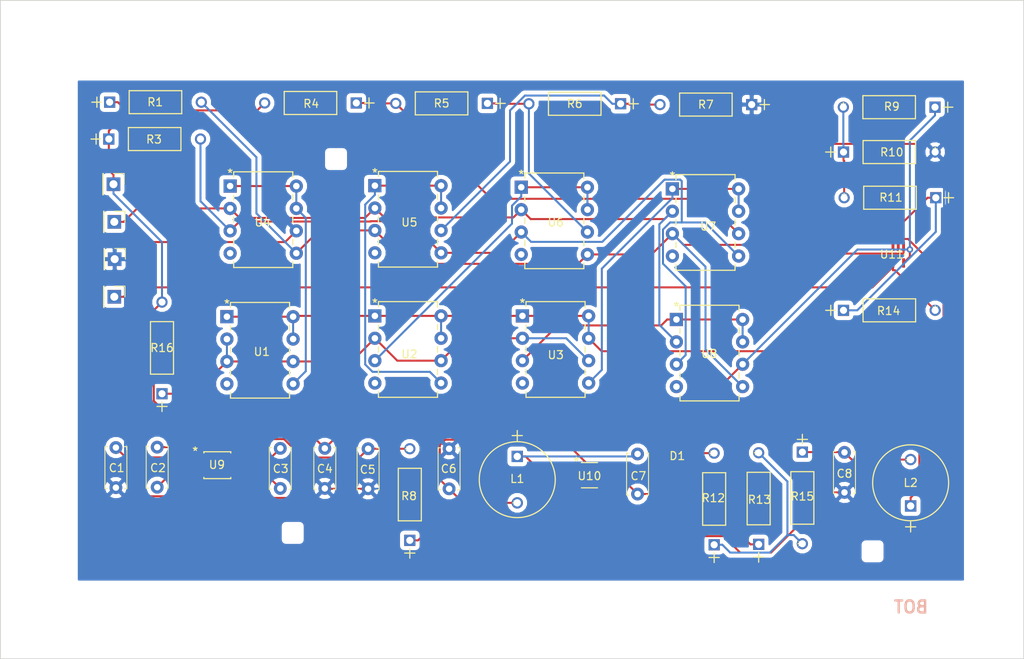
<source format=kicad_pcb>
(kicad_pcb (version 20171130) (host pcbnew "(5.0.1)-3")
  (layers (0 F.Cu signal) (31 B.Cu signal) (34 B.Paste user) (35 F.Paste user) (36 B.SilkS user) (37 F.SilkS user) (38 B.Mask user) (39 F.Mask user) (44 Edge.Cuts user))
  (net 0 "")
  (net 1 "Net-(C1-Pad1)")
  (net 2 GND)
  (net 3 "Net-(C2-Pad2)")
  (net 4 "Net-(C2-Pad1)")
  (net 5 "Net-(C3-Pad2)")
  (net 6 "Net-(C3-Pad1)")
  (net 7 /+Vref)
  (net 8 "Net-(C5-Pad1)")
  (net 9 "Net-(C6-Pad1)")
  (net 10 "Net-(C7-Pad1)")
  (net 11 "Net-(C7-Pad2)")
  (net 12 "Net-(C8-Pad1)")
  (net 13 "Net-(D1-Pad2)")
  (net 14 /Vin)
  (net 15 /-Vref)
  (net 16 /V_Load_2)
  (net 17 /V_Load_1)
  (net 18 /V_REF_2)
  (net 19 /V_REF_3)
  (net 20 /V_REF_4)
  (net 21 "Net-(R10-Pad1)")
  (net 22 "Net-(R11-Pad1)")
  (net 23 "Net-(R12-Pad1)")
  (net 24 "Net-(R13-Pad1)")
  (net 25 /Vout)
  (net 26 "Net-(U1-Pad4)")
  (net 27 "Net-(U2-Pad4)")
  (net 28 /I3)
  (net 29 /I1)
  (net 30 "Net-(U3-Pad4)")
  (net 31 /I2)
  (net 32 "Net-(U4-Pad4)")
  (net 33 "Net-(U5-Pad4)")
  (net 34 "Net-(U6-Pad4)")
  (net 35 "Net-(U7-Pad4)")
  (net 36 "Net-(U8-Pad4)")
  (net 37 /I5)
  (net 38 /I4)
  (net 39 /Vgate)
  (module Capacitor_THT:C_Disc_D5.0mm_W2.5mm_P5.00mm (layer F.Cu) (at 36.25 77.1 270)
    (fp_text reference C1 (at 2.55 -0.1) (layer F.SilkS))
    (fp_text value 10u)
    (pad 2 thru_hole circle (at 5 0 270) (size 1.6 1.6) (drill 0.8) (layers *.Cu *.Mask) (net 2 GND))
    (pad 1 thru_hole circle (at 0 0 270) (size 1.6 1.6) (drill 0.8) (layers *.Cu *.Mask) (net 1 "Net-(C1-Pad1)"))
  )
  (module Capacitor_THT:C_Disc_D5.0mm_W2.5mm_P5.00mm (layer F.Cu) (at 41.4 77.05 270)
    (fp_text reference C2 (at 2.6 -0.1) (layer F.SilkS))
    (fp_text value 1u)
    (pad 2 thru_hole circle (at 5 0 270) (size 1.6 1.6) (drill 0.8) (layers *.Cu *.Mask) (net 3 "Net-(C2-Pad2)"))
    (pad 1 thru_hole circle (at 0 0 270) (size 1.6 1.6) (drill 0.8) (layers *.Cu *.Mask) (net 4 "Net-(C2-Pad1)"))
  )
  (module Capacitor_THT:C_Disc_D5.0mm_W2.5mm_P5.00mm (layer F.Cu) (at 56.75 77.2 270)
    (fp_text reference C3 (at 2.55 -0.05) (layer F.SilkS))
    (fp_text value 1u)
    (pad 2 thru_hole circle (at 5 0 270) (size 1.6 1.6) (drill 0.8) (layers *.Cu *.Mask) (net 5 "Net-(C3-Pad2)"))
    (pad 1 thru_hole circle (at 0 0 270) (size 1.6 1.6) (drill 0.8) (layers *.Cu *.Mask) (net 6 "Net-(C3-Pad1)"))
  )
  (module Capacitor_THT:C_Disc_D5.0mm_W2.5mm_P5.00mm (layer F.Cu) (at 62.3 77.2 270)
    (fp_text reference C4 (at 2.55 0) (layer F.SilkS))
    (fp_text value 10u)
    (pad 2 thru_hole circle (at 5 0 270) (size 1.6 1.6) (drill 0.8) (layers *.Cu *.Mask) (net 2 GND))
    (pad 1 thru_hole circle (at 0 0 270) (size 1.6 1.6) (drill 0.8) (layers *.Cu *.Mask) (net 7 /+Vref))
  )
  (module Capacitor_THT:C_Disc_D5.0mm_W2.5mm_P5.00mm (layer F.Cu) (at 67.7 77.25 270)
    (fp_text reference C5 (at 2.6 0.05) (layer F.SilkS))
    (fp_text value 4.7u)
    (pad 2 thru_hole circle (at 5 0 270) (size 1.6 1.6) (drill 0.8) (layers *.Cu *.Mask) (net 2 GND))
    (pad 1 thru_hole circle (at 0 0 270) (size 1.6 1.6) (drill 0.8) (layers *.Cu *.Mask) (net 8 "Net-(C5-Pad1)"))
  )
  (module Capacitor_THT:C_Disc_D5.0mm_W2.5mm_P5.00mm (layer F.Cu) (at 77.8 82.25 90)
    (fp_text reference C6 (at 2.5 -0.05 180) (layer F.SilkS))
    (fp_text value 4.7u)
    (pad 2 thru_hole circle (at 5 0 90) (size 1.6 1.6) (drill 0.8) (layers *.Cu *.Mask) (net 2 GND))
    (pad 1 thru_hole circle (at 0 0 90) (size 1.6 1.6) (drill 0.8) (layers *.Cu *.Mask) (net 9 "Net-(C6-Pad1)"))
  )
  (module Capacitor_THT:C_Disc_D5.0mm_W2.5mm_P5.00mm (layer F.Cu) (at 101.3 82.9 90)
    (fp_text reference C7 (at 2.25 0.1 180) (layer F.SilkS))
    (fp_text value 270n)
    (pad 2 thru_hole circle (at 5 0 90) (size 1.6 1.6) (drill 0.8) (layers *.Cu *.Mask) (net 11 "Net-(C7-Pad2)"))
    (pad 1 thru_hole circle (at 0 0 90) (size 1.6 1.6) (drill 0.8) (layers *.Cu *.Mask) (net 10 "Net-(C7-Pad1)"))
  )
  (module Capacitor_THT:C_Disc_D5.0mm_W2.5mm_P5.00mm (layer F.Cu) (at 127.1 77.7 270)
    (fp_text reference C8 (at 2.65 0) (layer F.SilkS))
    (fp_text value 10u)
    (pad 2 thru_hole circle (at 5 0 270) (size 1.6 1.6) (drill 0.8) (layers *.Cu *.Mask) (net 2 GND))
    (pad 1 thru_hole circle (at 0 0 270) (size 1.6 1.6) (drill 0.8) (layers *.Cu *.Mask) (net 12 "Net-(C8-Pad1)"))
  )
  (module footprints:PMEG2005EB,115 (layer F.Cu) (at 106.2 80.05 270)
    (fp_text reference D1 (at -1.9 -0.05) (layer F.SilkS))
    (fp_text value PMEG2005EB,115 hide)
    (pad 1 smd rect (at 0.55 0 270) (size 0.7 0.5) (layers F.Cu F.Paste F.Mask) (net 10 "Net-(C7-Pad1)"))
    (pad 2 smd rect (at -0.55 0 270) (size 0.7 0.5) (layers F.Cu F.Paste F.Mask) (net 13 "Net-(D1-Pad2)"))
  )
  (module Connector_PinHeader_2.54mm:PinHeader_1x01_P2.54mm_Vertical (layer F.Cu) (at 36.0516 48.9366 270)
    (fp_text reference J1 hide)
    (fp_text value Conn_01x01_Male)
    (pad 1 thru_hole rect (at 0 0 270) (size 1.7 1.7) (drill 1) (layers *.Cu *.Mask) (net 14 /Vin))
  )
  (module Connector_PinHeader_2.54mm:PinHeader_1x01_P2.54mm_Vertical (layer F.Cu) (at 35.9516 44.2366 270)
    (fp_text reference J2 hide)
    (fp_text value Conn_01x01_Male)
    (pad 1 thru_hole rect (at 0 0 270) (size 1.7 1.7) (drill 1) (layers *.Cu *.Mask) (net 7 /+Vref))
  )
  (module Connector_PinHeader_2.54mm:PinHeader_1x01_P2.54mm_Vertical (layer F.Cu) (at 36.0516 58.2866 270)
    (fp_text reference J3 hide)
    (fp_text value Conn_01x01_Male)
    (pad 1 thru_hole rect (at 0 0 270) (size 1.7 1.7) (drill 1) (layers *.Cu *.Mask) (net 25 /Vout))
  )
  (module Connector_PinHeader_2.54mm:PinHeader_1x01_P2.54mm_Vertical (layer F.Cu) (at 36.1016 53.5866 270)
    (fp_text reference J4 hide)
    (fp_text value Conn_01x01_Male)
    (pad 1 thru_hole rect (at 0 0 270) (size 1.7 1.7) (drill 1) (layers *.Cu *.Mask) (net 2 GND))
  )
  (module footprints:inductor (layer F.Cu) (at 86.3 84 270)
    (fp_text reference L1 (at -3 0) (layer F.SilkS))
    (fp_text value 10u hide)
    (fp_text user * (at 0 0 270) (layer F.SilkS))
    (pad 1 thru_hole rect (at -5.7912 0 270) (size 1.4224 1.4224) (drill 0.9144) (layers *.Cu *.Mask) (net 11 "Net-(C7-Pad2)"))
    (pad 2 thru_hole circle (at 0 0 270) (size 1.4224 1.4224) (drill 0.9144) (layers *.Cu *.Mask) (net 9 "Net-(C6-Pad1)"))
  )
  (module footprints:inductor (layer F.Cu) (at 135.35 78.6 90)
    (fp_text reference L2 (at -2.8956 0 180) (layer F.SilkS))
    (fp_text value 10u hide)
    (fp_text user * (at 0 0 90) (layer F.SilkS))
    (pad 1 thru_hole rect (at -5.7912 0 90) (size 1.4224 1.4224) (drill 0.9144) (layers *.Cu *.Mask) (net 15 /-Vref))
    (pad 2 thru_hole circle (at 0 0 90) (size 1.4224 1.4224) (drill 0.9144) (layers *.Cu *.Mask) (net 12 "Net-(C8-Pad1)"))
  )
  (module footprints:large_resistor (layer F.Cu) (at 46.9 34)
    (fp_text reference R1 (at -5.75 0) (layer F.SilkS))
    (fp_text value 3k hide)
    (pad 1 thru_hole rect (at -11.43 0) (size 1.397 1.397) (drill 0.889) (layers *.Cu *.Mask) (net 7 /+Vref))
    (pad 2 thru_hole circle (at 0 0) (size 1.397 1.397) (drill 0.889) (layers *.Cu *.Mask) (net 16 /V_Load_2))
  )
  (module footprints:large_resistor (layer F.Cu) (at 46.8 38.6)
    (fp_text reference R3 (at -5.8 0.05) (layer F.SilkS))
    (fp_text value 3k hide)
    (pad 1 thru_hole rect (at -11.43 0) (size 1.397 1.397) (drill 0.889) (layers *.Cu *.Mask) (net 7 /+Vref))
    (pad 2 thru_hole circle (at 0 0) (size 1.397 1.397) (drill 0.889) (layers *.Cu *.Mask) (net 17 /V_Load_1))
  )
  (module footprints:large_resistor (layer F.Cu) (at 54.8 34.1 180)
    (fp_text reference R4 (at -5.8 -0.1 180) (layer F.SilkS))
    (fp_text value 1k hide)
    (pad 1 thru_hole rect (at -11.43 0 180) (size 1.397 1.397) (drill 0.889) (layers *.Cu *.Mask) (net 18 /V_REF_2))
    (pad 2 thru_hole circle (at 0 0 180) (size 1.397 1.397) (drill 0.889) (layers *.Cu *.Mask) (net 7 /+Vref))
  )
  (module footprints:large_resistor (layer F.Cu) (at 71.15 34.15 180)
    (fp_text reference R5 (at -5.715 0 180) (layer F.SilkS))
    (fp_text value 1k hide)
    (pad 1 thru_hole rect (at -11.43 0 180) (size 1.397 1.397) (drill 0.889) (layers *.Cu *.Mask) (net 19 /V_REF_3))
    (pad 2 thru_hole circle (at 0 0 180) (size 1.397 1.397) (drill 0.889) (layers *.Cu *.Mask) (net 18 /V_REF_2))
  )
  (module footprints:large_resistor (layer F.Cu) (at 87.75 34.2 180)
    (fp_text reference R6 (at -5.715 0 180) (layer F.SilkS))
    (fp_text value 1k hide)
    (pad 1 thru_hole rect (at -11.43 0 180) (size 1.397 1.397) (drill 0.889) (layers *.Cu *.Mask) (net 20 /V_REF_4))
    (pad 2 thru_hole circle (at 0 0 180) (size 1.397 1.397) (drill 0.889) (layers *.Cu *.Mask) (net 19 /V_REF_3))
  )
  (module footprints:large_resistor (layer F.Cu) (at 104.1 34.3 180)
    (fp_text reference R7 (at -5.715 0 180) (layer F.SilkS))
    (fp_text value 1k hide)
    (pad 1 thru_hole rect (at -11.43 0 180) (size 1.397 1.397) (drill 0.889) (layers *.Cu *.Mask) (net 2 GND))
    (pad 2 thru_hole circle (at 0 0 180) (size 1.397 1.397) (drill 0.889) (layers *.Cu *.Mask) (net 20 /V_REF_4))
  )
  (module footprints:large_resistor (layer F.Cu) (at 72.9 77.25 90)
    (fp_text reference R8 (at -5.9 -0.1 180) (layer F.SilkS))
    (fp_text value 10 hide)
    (fp_text user * (at 0 0 90) (layer F.SilkS))
    (pad 1 thru_hole rect (at -11.43 0 90) (size 1.397 1.397) (drill 0.889) (layers *.Cu *.Mask) (net 9 "Net-(C6-Pad1)"))
    (pad 2 thru_hole circle (at 0 0 90) (size 1.397 1.397) (drill 0.889) (layers *.Cu *.Mask) (net 8 "Net-(C5-Pad1)"))
  )
  (module footprints:large_resistor (layer F.Cu) (at 126.959 34.6244 180)
    (fp_text reference R9 (at -6.041 0.0744) (layer F.SilkS))
    (fp_text value 620 hide)
    (fp_text user * (at 0 0 180) (layer F.SilkS))
    (pad 1 thru_hole rect (at -11.43 0 180) (size 1.397 1.397) (drill 0.889) (layers *.Cu *.Mask) (net 7 /+Vref))
    (pad 2 thru_hole circle (at 0 0 180) (size 1.397 1.397) (drill 0.889) (layers *.Cu *.Mask) (net 21 "Net-(R10-Pad1)"))
  )
  (module footprints:large_resistor (layer F.Cu) (at 138.409 40.2244)
    (fp_text reference R10 (at -5.409 0.0256 180) (layer F.SilkS))
    (fp_text value 510 hide)
    (fp_text user * (at 0 0) (layer F.SilkS))
    (pad 1 thru_hole rect (at -11.43 0) (size 1.397 1.397) (drill 0.889) (layers *.Cu *.Mask) (net 21 "Net-(R10-Pad1)"))
    (pad 2 thru_hole circle (at 0 0) (size 1.397 1.397) (drill 0.889) (layers *.Cu *.Mask) (net 2 GND))
  )
  (module footprints:large_resistor (layer F.Cu) (at 127.059 45.9244 180)
    (fp_text reference R11 (at -5.841 0.0244) (layer F.SilkS))
    (fp_text value 10k hide)
    (fp_text user * (at 0 0 180) (layer F.SilkS))
    (pad 1 thru_hole rect (at -11.43 0 180) (size 1.397 1.397) (drill 0.889) (layers *.Cu *.Mask) (net 22 "Net-(R11-Pad1)"))
    (pad 2 thru_hole circle (at 0 0 180) (size 1.397 1.397) (drill 0.889) (layers *.Cu *.Mask) (net 21 "Net-(R10-Pad1)"))
  )
  (module footprints:large_resistor (layer F.Cu) (at 110.85 77.8 90)
    (fp_text reference R12 (at -5.6 -0.1 180) (layer F.SilkS))
    (fp_text value 10 hide)
    (fp_text user * (at 0 0 90) (layer F.SilkS))
    (pad 1 thru_hole rect (at -11.43 0 90) (size 1.397 1.397) (drill 0.889) (layers *.Cu *.Mask) (net 23 "Net-(R12-Pad1)"))
    (pad 2 thru_hole circle (at 0 0 90) (size 1.397 1.397) (drill 0.889) (layers *.Cu *.Mask) (net 13 "Net-(D1-Pad2)"))
  )
  (module footprints:large_resistor (layer F.Cu) (at 116.4 77.75 90)
    (fp_text reference R13 (at -5.85 0.1 180) (layer F.SilkS))
    (fp_text value 100k hide)
    (fp_text user * (at 0 0 90) (layer F.SilkS))
    (pad 1 thru_hole rect (at -11.43 0 90) (size 1.397 1.397) (drill 0.889) (layers *.Cu *.Mask) (net 24 "Net-(R13-Pad1)"))
    (pad 2 thru_hole circle (at 0 0 90) (size 1.397 1.397) (drill 0.889) (layers *.Cu *.Mask) (net 23 "Net-(R12-Pad1)"))
  )
  (module footprints:large_resistor (layer F.Cu) (at 138.409 59.9744)
    (fp_text reference R14 (at -5.809 0.0756 180) (layer F.SilkS))
    (fp_text value 130k hide)
    (fp_text user * (at 0 0) (layer F.SilkS))
    (pad 1 thru_hole rect (at -11.43 0) (size 1.397 1.397) (drill 0.889) (layers *.Cu *.Mask) (net 22 "Net-(R11-Pad1)"))
    (pad 2 thru_hole circle (at 0 0) (size 1.397 1.397) (drill 0.889) (layers *.Cu *.Mask) (net 25 /Vout))
  )
  (module footprints:large_resistor (layer F.Cu) (at 121.85 89.1 270)
    (fp_text reference R15 (at -5.9 0) (layer F.SilkS))
    (fp_text value 1 hide)
    (fp_text user * (at 0 0 270) (layer F.SilkS))
    (pad 1 thru_hole rect (at -11.43 0 270) (size 1.397 1.397) (drill 0.889) (layers *.Cu *.Mask) (net 12 "Net-(C8-Pad1)"))
    (pad 2 thru_hole circle (at 0 0 270) (size 1.397 1.397) (drill 0.889) (layers *.Cu *.Mask) (net 23 "Net-(R12-Pad1)"))
  )
  (module footprints:large_resistor (layer F.Cu) (at 42 58.95 90)
    (fp_text reference R16 (at -5.715 0 180) (layer F.SilkS))
    (fp_text value 15k hide)
    (pad 1 thru_hole rect (at -11.43 0 90) (size 1.397 1.397) (drill 0.889) (layers *.Cu *.Mask) (net 39 /Vgate))
    (pad 2 thru_hole circle (at 0 0 90) (size 1.397 1.397) (drill 0.889) (layers *.Cu *.Mask) (net 7 /+Vref))
  )
  (module footprints:ALD1101PAL (layer F.Cu) (at 58.35 69.15)
    (fp_text reference U1 (at -3.9 -4) (layer F.SilkS))
    (fp_text value ALD1101PAL hide)
    (fp_text user * (at -8.255 -9.9695) (layer F.SilkS))
    (pad 1 thru_hole rect (at -8.255 -8.382) (size 1.651 1.651) (drill 0.8128) (layers *.Cu *.Mask) (net 15 /-Vref))
    (pad 2 thru_hole circle (at -8.255 -5.588) (size 1.651 1.651) (drill 0.8128) (layers *.Cu *.Mask) (net 39 /Vgate))
    (pad 3 thru_hole circle (at -8.255 -2.794) (size 1.651 1.651) (drill 0.8128) (layers *.Cu *.Mask) (net 39 /Vgate))
    (pad 4 thru_hole circle (at -8.255 0) (size 1.651 1.651) (drill 0.8128) (layers *.Cu *.Mask) (net 26 "Net-(U1-Pad4)"))
    (pad 5 thru_hole circle (at 0 0) (size 1.651 1.651) (drill 0.8128) (layers *.Cu *.Mask) (net 37 /I5))
    (pad 6 thru_hole circle (at 0 -2.794) (size 1.651 1.651) (drill 0.8128) (layers *.Cu *.Mask) (net 39 /Vgate))
    (pad 7 thru_hole circle (at 0 -5.588) (size 1.651 1.651) (drill 0.8128) (layers *.Cu *.Mask) (net 15 /-Vref))
    (pad 8 thru_hole circle (at 0 -8.382) (size 1.651 1.651) (drill 0.8128) (layers *.Cu *.Mask) (net 15 /-Vref))
  )
  (module footprints:ALD1101PAL (layer F.Cu) (at 76.8 69.05)
    (fp_text reference U2 (at -3.95 -3.6) (layer F.SilkS))
    (fp_text value ALD1101PAL hide)
    (fp_text user * (at -8.255 -9.9695) (layer F.SilkS))
    (pad 1 thru_hole rect (at -8.255 -8.382) (size 1.651 1.651) (drill 0.8128) (layers *.Cu *.Mask) (net 15 /-Vref))
    (pad 2 thru_hole circle (at -8.255 -5.588) (size 1.651 1.651) (drill 0.8128) (layers *.Cu *.Mask) (net 39 /Vgate))
    (pad 3 thru_hole circle (at -8.255 -2.794) (size 1.651 1.651) (drill 0.8128) (layers *.Cu *.Mask) (net 28 /I3))
    (pad 4 thru_hole circle (at -8.255 0) (size 1.651 1.651) (drill 0.8128) (layers *.Cu *.Mask) (net 27 "Net-(U2-Pad4)"))
    (pad 5 thru_hole circle (at 0 0) (size 1.651 1.651) (drill 0.8128) (layers *.Cu *.Mask) (net 38 /I4))
    (pad 6 thru_hole circle (at 0 -2.794) (size 1.651 1.651) (drill 0.8128) (layers *.Cu *.Mask) (net 39 /Vgate))
    (pad 7 thru_hole circle (at 0 -5.588) (size 1.651 1.651) (drill 0.8128) (layers *.Cu *.Mask) (net 15 /-Vref))
    (pad 8 thru_hole circle (at 0 -8.382) (size 1.651 1.651) (drill 0.8128) (layers *.Cu *.Mask) (net 15 /-Vref))
  )
  (module footprints:ALD1101PAL (layer F.Cu) (at 95.2 69.05)
    (fp_text reference U3 (at -4.1 -3.5) (layer F.SilkS))
    (fp_text value ALD1101PAL hide)
    (fp_text user * (at -8.255 -9.9695) (layer F.SilkS))
    (pad 1 thru_hole rect (at -8.255 -8.382) (size 1.651 1.651) (drill 0.8128) (layers *.Cu *.Mask) (net 15 /-Vref))
    (pad 2 thru_hole circle (at -8.255 -5.588) (size 1.651 1.651) (drill 0.8128) (layers *.Cu *.Mask) (net 39 /Vgate))
    (pad 3 thru_hole circle (at -8.255 -2.794) (size 1.651 1.651) (drill 0.8128) (layers *.Cu *.Mask) (net 29 /I1))
    (pad 4 thru_hole circle (at -8.255 0) (size 1.651 1.651) (drill 0.8128) (layers *.Cu *.Mask) (net 30 "Net-(U3-Pad4)"))
    (pad 5 thru_hole circle (at 0 0) (size 1.651 1.651) (drill 0.8128) (layers *.Cu *.Mask) (net 31 /I2))
    (pad 6 thru_hole circle (at 0 -2.794) (size 1.651 1.651) (drill 0.8128) (layers *.Cu *.Mask) (net 39 /Vgate))
    (pad 7 thru_hole circle (at 0 -5.588) (size 1.651 1.651) (drill 0.8128) (layers *.Cu *.Mask) (net 15 /-Vref))
    (pad 8 thru_hole circle (at 0 -8.382) (size 1.651 1.651) (drill 0.8128) (layers *.Cu *.Mask) (net 15 /-Vref))
  )
  (module footprints:ALD1101PAL (layer F.Cu) (at 58.75 52.85)
    (fp_text reference U4 (at -4.2 -3.85) (layer F.SilkS))
    (fp_text value ALD1101PAL hide)
    (fp_text user * (at -8.255 -9.9695) (layer F.SilkS))
    (pad 1 thru_hole rect (at -8.255 -8.382) (size 1.651 1.651) (drill 0.8128) (layers *.Cu *.Mask) (net 37 /I5))
    (pad 2 thru_hole circle (at -8.255 -5.588) (size 1.651 1.651) (drill 0.8128) (layers *.Cu *.Mask) (net 14 /Vin))
    (pad 3 thru_hole circle (at -8.255 -2.794) (size 1.651 1.651) (drill 0.8128) (layers *.Cu *.Mask) (net 17 /V_Load_1))
    (pad 4 thru_hole circle (at -8.255 0) (size 1.651 1.651) (drill 0.8128) (layers *.Cu *.Mask) (net 32 "Net-(U4-Pad4)"))
    (pad 5 thru_hole circle (at 0 0) (size 1.651 1.651) (drill 0.8128) (layers *.Cu *.Mask) (net 16 /V_Load_2))
    (pad 6 thru_hole circle (at 0 -2.794) (size 1.651 1.651) (drill 0.8128) (layers *.Cu *.Mask) (net 2 GND))
    (pad 7 thru_hole circle (at 0 -5.588) (size 1.651 1.651) (drill 0.8128) (layers *.Cu *.Mask) (net 37 /I5))
    (pad 8 thru_hole circle (at 0 -8.382) (size 1.651 1.651) (drill 0.8128) (layers *.Cu *.Mask) (net 37 /I5))
  )
  (module footprints:ALD1101PAL (layer F.Cu) (at 76.8 52.8)
    (fp_text reference U5 (at -3.95 -3.8) (layer F.SilkS))
    (fp_text value ALD1101PAL hide)
    (fp_text user * (at -8.255 -9.9695) (layer F.SilkS))
    (pad 1 thru_hole rect (at -8.255 -8.382) (size 1.651 1.651) (drill 0.8128) (layers *.Cu *.Mask) (net 38 /I4))
    (pad 2 thru_hole circle (at -8.255 -5.588) (size 1.651 1.651) (drill 0.8128) (layers *.Cu *.Mask) (net 14 /Vin))
    (pad 3 thru_hole circle (at -8.255 -2.794) (size 1.651 1.651) (drill 0.8128) (layers *.Cu *.Mask) (net 16 /V_Load_2))
    (pad 4 thru_hole circle (at -8.255 0) (size 1.651 1.651) (drill 0.8128) (layers *.Cu *.Mask) (net 33 "Net-(U5-Pad4)"))
    (pad 5 thru_hole circle (at 0 0) (size 1.651 1.651) (drill 0.8128) (layers *.Cu *.Mask) (net 17 /V_Load_1))
    (pad 6 thru_hole circle (at 0 -2.794) (size 1.651 1.651) (drill 0.8128) (layers *.Cu *.Mask) (net 20 /V_REF_4))
    (pad 7 thru_hole circle (at 0 -5.588) (size 1.651 1.651) (drill 0.8128) (layers *.Cu *.Mask) (net 38 /I4))
    (pad 8 thru_hole circle (at 0 -8.382) (size 1.651 1.651) (drill 0.8128) (layers *.Cu *.Mask) (net 38 /I4))
  )
  (module footprints:ALD1101PAL (layer F.Cu) (at 95.05 53)
    (fp_text reference U6 (at -3.95 -4) (layer F.SilkS))
    (fp_text value ALD1101PAL hide)
    (fp_text user * (at -8.255 -9.9695) (layer F.SilkS))
    (pad 1 thru_hole rect (at -8.255 -8.382) (size 1.651 1.651) (drill 0.8128) (layers *.Cu *.Mask) (net 28 /I3))
    (pad 2 thru_hole circle (at -8.255 -5.588) (size 1.651 1.651) (drill 0.8128) (layers *.Cu *.Mask) (net 14 /Vin))
    (pad 3 thru_hole circle (at -8.255 -2.794) (size 1.651 1.651) (drill 0.8128) (layers *.Cu *.Mask) (net 17 /V_Load_1))
    (pad 4 thru_hole circle (at -8.255 0) (size 1.651 1.651) (drill 0.8128) (layers *.Cu *.Mask) (net 34 "Net-(U6-Pad4)"))
    (pad 5 thru_hole circle (at 0 0) (size 1.651 1.651) (drill 0.8128) (layers *.Cu *.Mask) (net 16 /V_Load_2))
    (pad 6 thru_hole circle (at 0 -2.794) (size 1.651 1.651) (drill 0.8128) (layers *.Cu *.Mask) (net 19 /V_REF_3))
    (pad 7 thru_hole circle (at 0 -5.588) (size 1.651 1.651) (drill 0.8128) (layers *.Cu *.Mask) (net 28 /I3))
    (pad 8 thru_hole circle (at 0 -8.382) (size 1.651 1.651) (drill 0.8128) (layers *.Cu *.Mask) (net 28 /I3))
  )
  (module footprints:ALD1101PAL (layer F.Cu) (at 113.9 53.2)
    (fp_text reference U7 (at -3.8 -3.7) (layer F.SilkS))
    (fp_text value ALD1101PAL hide)
    (fp_text user * (at -8.255 -9.9695) (layer F.SilkS))
    (pad 1 thru_hole rect (at -8.255 -8.382) (size 1.651 1.651) (drill 0.8128) (layers *.Cu *.Mask) (net 31 /I2))
    (pad 2 thru_hole circle (at -8.255 -5.588) (size 1.651 1.651) (drill 0.8128) (layers *.Cu *.Mask) (net 14 /Vin))
    (pad 3 thru_hole circle (at -8.255 -2.794) (size 1.651 1.651) (drill 0.8128) (layers *.Cu *.Mask) (net 16 /V_Load_2))
    (pad 4 thru_hole circle (at -8.255 0) (size 1.651 1.651) (drill 0.8128) (layers *.Cu *.Mask) (net 35 "Net-(U7-Pad4)"))
    (pad 5 thru_hole circle (at 0 0) (size 1.651 1.651) (drill 0.8128) (layers *.Cu *.Mask) (net 17 /V_Load_1))
    (pad 6 thru_hole circle (at 0 -2.794) (size 1.651 1.651) (drill 0.8128) (layers *.Cu *.Mask) (net 18 /V_REF_2))
    (pad 7 thru_hole circle (at 0 -5.588) (size 1.651 1.651) (drill 0.8128) (layers *.Cu *.Mask) (net 31 /I2))
    (pad 8 thru_hole circle (at 0 -8.382) (size 1.651 1.651) (drill 0.8128) (layers *.Cu *.Mask) (net 31 /I2))
  )
  (module footprints:ALD1101PAL (layer F.Cu) (at 114.4 69.5)
    (fp_text reference U8 (at -4.15 -4.1) (layer F.SilkS))
    (fp_text value ALD1101PAL hide)
    (fp_text user * (at -8.255 -9.9695) (layer F.SilkS))
    (pad 1 thru_hole rect (at -8.255 -8.382) (size 1.651 1.651) (drill 0.8128) (layers *.Cu *.Mask) (net 29 /I1))
    (pad 2 thru_hole circle (at -8.255 -5.588) (size 1.651 1.651) (drill 0.8128) (layers *.Cu *.Mask) (net 14 /Vin))
    (pad 3 thru_hole circle (at -8.255 -2.794) (size 1.651 1.651) (drill 0.8128) (layers *.Cu *.Mask) (net 17 /V_Load_1))
    (pad 4 thru_hole circle (at -8.255 0) (size 1.651 1.651) (drill 0.8128) (layers *.Cu *.Mask) (net 36 "Net-(U8-Pad4)"))
    (pad 5 thru_hole circle (at 0 0) (size 1.651 1.651) (drill 0.8128) (layers *.Cu *.Mask) (net 16 /V_Load_2))
    (pad 6 thru_hole circle (at 0 -2.794) (size 1.651 1.651) (drill 0.8128) (layers *.Cu *.Mask) (net 7 /+Vref))
    (pad 7 thru_hole circle (at 0 -5.588) (size 1.651 1.651) (drill 0.8128) (layers *.Cu *.Mask) (net 29 /I1))
    (pad 8 thru_hole circle (at 0 -8.382) (size 1.651 1.651) (drill 0.8128) (layers *.Cu *.Mask) (net 29 /I1))
  )
  (module footprints:LTC1502CMS8-3.3-PBF (layer F.Cu) (at 48.9 79.3)
    (fp_text reference U9 (at -0.05 -0.05) (layer F.SilkS))
    (fp_text value LTC1502CMS8_3.3_PBF hide)
    (fp_text user * (at -2.7559 -1.7272) (layer F.SilkS))
    (pad 1 smd rect (at -2.2098 -0.974999) (size 1.397 0.4318) (layers F.Cu F.Paste F.Mask) (net 1 "Net-(C1-Pad1)"))
    (pad 2 smd rect (at -2.2098 -0.325001) (size 1.397 0.4318) (layers F.Cu F.Paste F.Mask) (net 4 "Net-(C2-Pad1)"))
    (pad 3 smd rect (at -2.2098 0.325001) (size 1.397 0.4318) (layers F.Cu F.Paste F.Mask) (net 3 "Net-(C2-Pad2)"))
    (pad 4 smd rect (at -2.2098 0.974999) (size 1.397 0.4318) (layers F.Cu F.Paste F.Mask) (net 2 GND))
    (pad 5 smd rect (at 2.2098 0.974999) (size 1.397 0.4318) (layers F.Cu F.Paste F.Mask) (net 7 /+Vref))
    (pad 6 smd rect (at 2.2098 0.325001) (size 1.397 0.4318) (layers F.Cu F.Paste F.Mask) (net 5 "Net-(C3-Pad2)"))
    (pad 7 smd rect (at 2.2098 -0.325001) (size 1.397 0.4318) (layers F.Cu F.Paste F.Mask) (net 6 "Net-(C3-Pad1)"))
    (pad 8 smd rect (at 2.2098 -0.974999) (size 1.397 0.4318) (layers F.Cu F.Paste F.Mask) (net 8 "Net-(C5-Pad1)"))
  )
  (module footprints:LT3483IS6-TRMPBF (layer F.Cu) (at 95.3 80.55)
    (fp_text reference U10 (at 0 0.1 180) (layer F.SilkS))
    (fp_text value LT3483IS6_TRMPBF hide)
    (fp_text user * (at -1.6256 -1.6891) (layer F.SilkS))
    (pad 1 smd rect (at -1.143 -0.950001) (size 1.2192 0.508) (layers F.Cu F.Paste F.Mask) (net 11 "Net-(C7-Pad2)"))
    (pad 2 smd rect (at -1.143 0) (size 1.2192 0.508) (layers F.Cu F.Paste F.Mask) (net 2 GND))
    (pad 3 smd rect (at -1.143 0.950001) (size 1.2192 0.508) (layers F.Cu F.Paste F.Mask) (net 24 "Net-(R13-Pad1)"))
    (pad 4 smd rect (at 1.143 0.950001) (size 1.2192 0.508) (layers F.Cu F.Paste F.Mask) (net 9 "Net-(C6-Pad1)"))
    (pad 5 smd rect (at 1.143 0) (size 1.2192 0.508) (layers F.Cu F.Paste F.Mask) (net 10 "Net-(C7-Pad1)"))
    (pad 6 smd rect (at 1.143 -0.950001) (size 1.2192 0.508) (layers F.Cu F.Paste F.Mask) (net 9 "Net-(C6-Pad1)"))
  )
  (module footprints:TLV6001IDCKR (layer F.Cu) (at 133.809 53.0244 270)
    (fp_text reference U11 (at -0.0244 0.809 180) (layer F.SilkS))
    (fp_text value TLV6001IDCKR hide)
    (pad 1 smd rect (at -1.0414 -0.6604 270) (size 1.1684 0.3556) (layers F.Cu F.Paste F.Mask) (net 16 /V_Load_2))
    (pad 2 smd rect (at -1.0414 0 270) (size 1.1684 0.3556) (layers F.Cu F.Paste F.Mask) (net 15 /-Vref))
    (pad 3 smd rect (at -1.0414 0.6604 270) (size 1.1684 0.3556) (layers F.Cu F.Paste F.Mask) (net 22 "Net-(R11-Pad1)"))
    (pad 4 smd rect (at 1.0414 0.6604 270) (size 1.1684 0.3556) (layers F.Cu F.Paste F.Mask) (net 25 /Vout))
    (pad 5 smd rect (at 1.0414 -0.6604 270) (size 1.1684 0.3556) (layers F.Cu F.Paste F.Mask) (net 7 /+Vref))
  )
  (gr_line (start 21.85 103.45) (end 21.85 21.3) (layer Edge.Cuts) (width 0.1))
  (gr_line (start 149.45 103.45) (end 21.85 103.45) (layer Edge.Cuts) (width 0.1))
  (gr_line (start 149.45 21.3) (end 149.45 103.45) (layer Edge.Cuts) (width 0.1))
  (gr_line (start 21.85 21.3) (end 149.45 21.3) (layer Edge.Cuts) (width 0.1))
  (gr_text BOT (at 135.4 97) (layer B.SilkS) (effects (font (size 1.5 1.5) (thickness 0.3)) (justify mirror)))
  (segment (start 46.6902 78.325) (end 37.475 78.325) (width 0.25) (layer F.Cu) (net 1))
  (segment (start 37.475 78.325) (end 36.25 77.1) (width 0.25) (layer F.Cu) (net 1))
  (segment (start 115.53 34.3) (end 116.5538 34.3) (width 0.25) (layer F.Cu) (net 2))
  (segment (start 138.409 40.2244) (end 137.3851 39.2005) (width 0.25) (layer F.Cu) (net 2))
  (segment (start 137.3851 39.2005) (end 121.4543 39.2005) (width 0.25) (layer F.Cu) (net 2))
  (segment (start 121.4543 39.2005) (end 116.5538 34.3) (width 0.25) (layer F.Cu) (net 2))
  (segment (start 62.3 82.2) (end 61.1168 83.3832) (width 0.25) (layer F.Cu) (net 2))
  (segment (start 61.1168 83.3832) (end 50.8222 83.3832) (width 0.25) (layer F.Cu) (net 2))
  (segment (start 50.8222 83.3832) (end 47.714 80.275) (width 0.25) (layer F.Cu) (net 2))
  (segment (start 46.6902 80.275) (end 47.714 80.275) (width 0.25) (layer F.Cu) (net 2))
  (segment (start 67.7 82.25) (end 62.35 82.25) (width 0.25) (layer F.Cu) (net 2))
  (segment (start 62.35 82.25) (end 62.3 82.2) (width 0.25) (layer F.Cu) (net 2))
  (segment (start 46.6902 80.275) (end 45.6664 80.275) (width 0.25) (layer F.Cu) (net 2))
  (segment (start 45.6664 80.275) (end 42.7613 83.1801) (width 0.25) (layer F.Cu) (net 2))
  (segment (start 42.7613 83.1801) (end 37.3301 83.1801) (width 0.25) (layer F.Cu) (net 2))
  (segment (start 37.3301 83.1801) (end 36.25 82.1) (width 0.25) (layer F.Cu) (net 2))
  (segment (start 127.1 82.7) (end 139.5129 70.2871) (width 0.25) (layer B.Cu) (net 2))
  (segment (start 139.5129 70.2871) (end 139.5129 41.3283) (width 0.25) (layer B.Cu) (net 2))
  (segment (start 139.5129 41.3283) (end 138.409 40.2244) (width 0.25) (layer B.Cu) (net 2))
  (segment (start 77.8 77.25) (end 72.8 82.25) (width 0.25) (layer B.Cu) (net 2))
  (segment (start 72.8 82.25) (end 67.7 82.25) (width 0.25) (layer B.Cu) (net 2))
  (segment (start 93.2221 80.55) (end 81.1 80.55) (width 0.25) (layer F.Cu) (net 2))
  (segment (start 81.1 80.55) (end 77.8 77.25) (width 0.25) (layer F.Cu) (net 2))
  (segment (start 94.157 80.55) (end 93.2221 80.55) (width 0.25) (layer F.Cu) (net 2))
  (segment (start 127.1 82.7) (end 125.4538 82.7) (width 0.25) (layer F.Cu) (net 2))
  (segment (start 125.4538 82.7) (end 117.95 90.2038) (width 0.25) (layer F.Cu) (net 2))
  (segment (start 117.95 90.2038) (end 114.0904 90.2038) (width 0.25) (layer F.Cu) (net 2))
  (segment (start 114.0904 90.2038) (end 112.0429 88.1563) (width 0.25) (layer F.Cu) (net 2))
  (segment (start 112.0429 88.1563) (end 99.4827 88.1563) (width 0.25) (layer F.Cu) (net 2))
  (segment (start 99.4827 88.1563) (end 93.2221 81.8957) (width 0.25) (layer F.Cu) (net 2))
  (segment (start 93.2221 81.8957) (end 93.2221 80.55) (width 0.25) (layer F.Cu) (net 2))
  (segment (start 36.1016 53.5866) (end 36.1016 54.7619) (width 0.25) (layer B.Cu) (net 2))
  (segment (start 36.1016 54.7619) (end 37.3875 56.0478) (width 0.25) (layer B.Cu) (net 2))
  (segment (start 37.3875 56.0478) (end 37.3875 80.9625) (width 0.25) (layer B.Cu) (net 2))
  (segment (start 37.3875 80.9625) (end 36.25 82.1) (width 0.25) (layer B.Cu) (net 2))
  (segment (start 36.1016 53.5866) (end 37.2769 53.5866) (width 0.25) (layer F.Cu) (net 2))
  (segment (start 58.75 50.056) (end 57.353 51.453) (width 0.25) (layer F.Cu) (net 2))
  (segment (start 57.353 51.453) (end 39.4105 51.453) (width 0.25) (layer F.Cu) (net 2))
  (segment (start 39.4105 51.453) (end 37.2769 53.5866) (width 0.25) (layer F.Cu) (net 2))
  (segment (start 46.6902 79.625) (end 43.825 79.625) (width 0.25) (layer F.Cu) (net 3))
  (segment (start 43.825 79.625) (end 41.4 82.05) (width 0.25) (layer F.Cu) (net 3))
  (segment (start 46.6902 78.975) (end 47.714 78.975) (width 0.25) (layer F.Cu) (net 4))
  (segment (start 47.714 78.975) (end 47.714 77.9023) (width 0.25) (layer F.Cu) (net 4))
  (segment (start 47.714 77.9023) (end 46.8617 77.05) (width 0.25) (layer F.Cu) (net 4))
  (segment (start 46.8617 77.05) (end 41.4 77.05) (width 0.25) (layer F.Cu) (net 4))
  (segment (start 51.1098 79.625) (end 54.175 79.625) (width 0.25) (layer F.Cu) (net 5))
  (segment (start 54.175 79.625) (end 56.75 82.2) (width 0.25) (layer F.Cu) (net 5))
  (segment (start 56.75 77.2) (end 54.975 78.975) (width 0.25) (layer F.Cu) (net 6))
  (segment (start 54.975 78.975) (end 51.1098 78.975) (width 0.25) (layer F.Cu) (net 6))
  (segment (start 114.4 66.706) (end 128.7202 52.3858) (width 0.25) (layer B.Cu) (net 7))
  (segment (start 128.7202 52.3858) (end 135.2557 52.3858) (width 0.25) (layer B.Cu) (net 7))
  (segment (start 138.389 34.6244) (end 138.389 35.6482) (width 0.25) (layer B.Cu) (net 7))
  (segment (start 135.2557 52.3858) (end 135.2557 38.7815) (width 0.25) (layer B.Cu) (net 7))
  (segment (start 135.2557 38.7815) (end 138.389 35.6482) (width 0.25) (layer B.Cu) (net 7))
  (segment (start 134.4694 54.0658) (end 135.2557 53.2795) (width 0.25) (layer F.Cu) (net 7))
  (segment (start 135.2557 53.2795) (end 135.2557 52.3858) (width 0.25) (layer F.Cu) (net 7))
  (segment (start 49.229 78.7779) (end 43.3619 72.9108) (width 0.25) (layer F.Cu) (net 7))
  (segment (start 43.3619 72.9108) (end 42.6162 72.9108) (width 0.25) (layer F.Cu) (net 7))
  (segment (start 42.6162 72.9108) (end 40.9761 71.2707) (width 0.25) (layer F.Cu) (net 7))
  (segment (start 40.9761 71.2707) (end 40.9761 59.9739) (width 0.25) (layer F.Cu) (net 7))
  (segment (start 40.9761 59.9739) (end 42 58.95) (width 0.25) (layer F.Cu) (net 7))
  (segment (start 50.086 80.275) (end 50.086 79.6349) (width 0.25) (layer F.Cu) (net 7))
  (segment (start 50.086 79.6349) (end 49.229 78.7779) (width 0.25) (layer F.Cu) (net 7))
  (segment (start 62.3 77.2) (end 60.6798 75.5798) (width 0.25) (layer F.Cu) (net 7))
  (segment (start 60.6798 75.5798) (end 52.4271 75.5798) (width 0.25) (layer F.Cu) (net 7))
  (segment (start 52.4271 75.5798) (end 49.229 78.7779) (width 0.25) (layer F.Cu) (net 7))
  (segment (start 114.4 66.706) (end 110.102 71.004) (width 0.25) (layer F.Cu) (net 7))
  (segment (start 110.102 71.004) (end 68.496 71.004) (width 0.25) (layer F.Cu) (net 7))
  (segment (start 68.496 71.004) (end 62.3 77.2) (width 0.25) (layer F.Cu) (net 7))
  (segment (start 51.1098 80.275) (end 50.086 80.275) (width 0.25) (layer F.Cu) (net 7))
  (segment (start 35.9516 44.2366) (end 35.9516 43.0613) (width 0.25) (layer F.Cu) (net 7))
  (segment (start 35.9516 43.0613) (end 35.37 42.4797) (width 0.25) (layer F.Cu) (net 7))
  (segment (start 35.37 42.4797) (end 35.37 38.6) (width 0.25) (layer F.Cu) (net 7))
  (segment (start 35.9516 44.2366) (end 35.9516 45.4119) (width 0.25) (layer B.Cu) (net 7))
  (segment (start 42 58.95) (end 42 51.4603) (width 0.25) (layer B.Cu) (net 7))
  (segment (start 42 51.4603) (end 35.9516 45.4119) (width 0.25) (layer B.Cu) (net 7))
  (segment (start 35.37 38.6) (end 35.37 37.5762) (width 0.25) (layer F.Cu) (net 7))
  (segment (start 37.5176 35.0238) (end 36.4938 34) (width 0.25) (layer F.Cu) (net 7))
  (segment (start 54.8 34.1) (end 53.8762 35.0238) (width 0.25) (layer F.Cu) (net 7))
  (segment (start 53.8762 35.0238) (end 37.5176 35.0238) (width 0.25) (layer F.Cu) (net 7))
  (segment (start 35.37 37.5762) (end 37.5176 35.4286) (width 0.25) (layer F.Cu) (net 7))
  (segment (start 37.5176 35.4286) (end 37.5176 35.0238) (width 0.25) (layer F.Cu) (net 7))
  (segment (start 35.47 34) (end 36.4938 34) (width 0.25) (layer F.Cu) (net 7))
  (via (at 135.2557 52.3858) (size 0.8) (layers F.Cu B.Cu) (net 7))
  (segment (start 51.1098 78.325) (end 52.1336 78.325) (width 0.25) (layer F.Cu) (net 8))
  (segment (start 52.1336 78.325) (end 54.414 76.0446) (width 0.25) (layer F.Cu) (net 8))
  (segment (start 54.414 76.0446) (end 57.2195 76.0446) (width 0.25) (layer F.Cu) (net 8))
  (segment (start 57.2195 76.0446) (end 59.5161 78.3412) (width 0.25) (layer F.Cu) (net 8))
  (segment (start 59.5161 78.3412) (end 66.6088 78.3412) (width 0.25) (layer F.Cu) (net 8))
  (segment (start 66.6088 78.3412) (end 67.7 77.25) (width 0.25) (layer F.Cu) (net 8))
  (segment (start 72.9 77.25) (end 67.7 77.25) (width 0.25) (layer F.Cu) (net 8))
  (segment (start 95.5081 79.6219) (end 92.0055 76.1193) (width 0.25) (layer F.Cu) (net 9))
  (segment (start 92.0055 76.1193) (end 77.3202 76.1193) (width 0.25) (layer F.Cu) (net 9))
  (segment (start 77.3202 76.1193) (end 76.6466 76.7929) (width 0.25) (layer F.Cu) (net 9))
  (segment (start 76.6466 76.7929) (end 76.6466 81.0966) (width 0.25) (layer F.Cu) (net 9))
  (segment (start 76.6466 81.0966) (end 77.8 82.25) (width 0.25) (layer F.Cu) (net 9))
  (segment (start 96.443 81.5) (end 95.956 81.5) (width 0.25) (layer F.Cu) (net 9))
  (segment (start 95.956 81.5) (end 95.5081 81.0521) (width 0.25) (layer F.Cu) (net 9))
  (segment (start 95.5081 81.0521) (end 95.5081 79.6219) (width 0.25) (layer F.Cu) (net 9))
  (segment (start 95.5081 79.6219) (end 95.5988 79.6219) (width 0.25) (layer F.Cu) (net 9))
  (segment (start 95.5988 79.6219) (end 95.6207 79.6) (width 0.25) (layer F.Cu) (net 9))
  (segment (start 79.0288 83.575) (end 73.9238 88.68) (width 0.25) (layer F.Cu) (net 9))
  (segment (start 86.3 84) (end 79.4538 84) (width 0.25) (layer F.Cu) (net 9))
  (segment (start 79.4538 84) (end 79.0288 83.575) (width 0.25) (layer F.Cu) (net 9))
  (segment (start 79.0288 83.575) (end 79.0288 83.4788) (width 0.25) (layer F.Cu) (net 9))
  (segment (start 79.0288 83.4788) (end 77.8 82.25) (width 0.25) (layer F.Cu) (net 9))
  (segment (start 72.9 88.68) (end 73.9238 88.68) (width 0.25) (layer F.Cu) (net 9))
  (segment (start 96.443 79.6) (end 95.6207 79.6) (width 0.25) (layer F.Cu) (net 9))
  (segment (start 106.2 80.6) (end 105.6247 80.6) (width 0.25) (layer F.Cu) (net 10))
  (segment (start 105.6247 80.6) (end 103.3247 82.9) (width 0.25) (layer F.Cu) (net 10))
  (segment (start 103.3247 82.9) (end 101.3 82.9) (width 0.25) (layer F.Cu) (net 10))
  (segment (start 96.443 80.55) (end 98.95 80.55) (width 0.25) (layer F.Cu) (net 10))
  (segment (start 98.95 80.55) (end 101.3 82.9) (width 0.25) (layer F.Cu) (net 10))
  (segment (start 86.3 78.2088) (end 100.9912 78.2088) (width 0.25) (layer B.Cu) (net 11))
  (segment (start 100.9912 78.2088) (end 101.3 77.9) (width 0.25) (layer B.Cu) (net 11))
  (segment (start 94.157 79.6) (end 88.7277 79.6) (width 0.25) (layer F.Cu) (net 11))
  (segment (start 88.7277 79.6) (end 87.3365 78.2088) (width 0.25) (layer F.Cu) (net 11))
  (segment (start 86.3 78.2088) (end 87.3365 78.2088) (width 0.25) (layer F.Cu) (net 11))
  (segment (start 135.35 78.6) (end 128 78.6) (width 0.25) (layer F.Cu) (net 12))
  (segment (start 128 78.6) (end 127.1 77.7) (width 0.25) (layer F.Cu) (net 12))
  (segment (start 121.85 77.67) (end 127.07 77.67) (width 0.25) (layer F.Cu) (net 12))
  (segment (start 127.07 77.67) (end 127.1 77.7) (width 0.25) (layer F.Cu) (net 12))
  (segment (start 106.2 79.5) (end 106.7753 79.5) (width 0.25) (layer F.Cu) (net 13))
  (segment (start 110.85 77.8) (end 108.4753 77.8) (width 0.25) (layer F.Cu) (net 13))
  (segment (start 108.4753 77.8) (end 106.7753 79.5) (width 0.25) (layer F.Cu) (net 13))
  (segment (start 105.645 47.612) (end 104.0179 49.2391) (width 0.25) (layer B.Cu) (net 14))
  (segment (start 104.0179 49.2391) (end 104.0179 61.7849) (width 0.25) (layer B.Cu) (net 14))
  (segment (start 104.0179 61.7849) (end 106.145 63.912) (width 0.25) (layer B.Cu) (net 14))
  (segment (start 68.545 47.212) (end 67.3132 48.4438) (width 0.25) (layer F.Cu) (net 14))
  (segment (start 67.3132 48.4438) (end 51.6768 48.4438) (width 0.25) (layer F.Cu) (net 14))
  (segment (start 51.6768 48.4438) (end 50.495 47.262) (width 0.25) (layer F.Cu) (net 14))
  (segment (start 68.545 47.212) (end 69.7176 48.3846) (width 0.25) (layer F.Cu) (net 14))
  (segment (start 69.7176 48.3846) (end 85.8224 48.3846) (width 0.25) (layer F.Cu) (net 14))
  (segment (start 85.8224 48.3846) (end 86.795 47.412) (width 0.25) (layer F.Cu) (net 14))
  (segment (start 105.645 47.612) (end 104.671 48.586) (width 0.25) (layer F.Cu) (net 14))
  (segment (start 104.671 48.586) (end 87.969 48.586) (width 0.25) (layer F.Cu) (net 14))
  (segment (start 87.969 48.586) (end 86.795 47.412) (width 0.25) (layer F.Cu) (net 14))
  (segment (start 36.0516 48.9366) (end 37.2269 48.9366) (width 0.25) (layer F.Cu) (net 14))
  (segment (start 50.495 47.262) (end 38.9015 47.262) (width 0.25) (layer F.Cu) (net 14))
  (segment (start 38.9015 47.262) (end 37.2269 48.9366) (width 0.25) (layer F.Cu) (net 14))
  (segment (start 136.4392 65.0781) (end 139.4507 62.0666) (width 0.25) (layer F.Cu) (net 15))
  (segment (start 139.4507 62.0666) (end 139.4507 55.5016) (width 0.25) (layer F.Cu) (net 15))
  (segment (start 139.4507 55.5016) (end 135.0226 51.0735) (width 0.25) (layer F.Cu) (net 15))
  (segment (start 135.0226 51.0735) (end 133.809 51.0735) (width 0.25) (layer F.Cu) (net 15))
  (segment (start 95.2 63.462) (end 96.8161 65.0781) (width 0.25) (layer F.Cu) (net 15))
  (segment (start 96.8161 65.0781) (end 136.4392 65.0781) (width 0.25) (layer F.Cu) (net 15))
  (segment (start 136.4392 65.0781) (end 136.4392 82.2655) (width 0.25) (layer F.Cu) (net 15))
  (segment (start 136.4392 82.2655) (end 135.35 83.3547) (width 0.25) (layer F.Cu) (net 15))
  (segment (start 135.35 84.3912) (end 135.35 83.3547) (width 0.25) (layer F.Cu) (net 15))
  (segment (start 133.809 51.983) (end 133.809 51.0735) (width 0.25) (layer F.Cu) (net 15))
  (segment (start 95.2 60.668) (end 88.0958 60.668) (width 0.25) (layer F.Cu) (net 15))
  (segment (start 86.945 60.668) (end 88.0958 60.668) (width 0.25) (layer F.Cu) (net 15))
  (segment (start 58.35 60.768) (end 51.2458 60.768) (width 0.25) (layer F.Cu) (net 15))
  (segment (start 68.545 60.668) (end 58.45 60.668) (width 0.25) (layer F.Cu) (net 15))
  (segment (start 58.45 60.668) (end 58.35 60.768) (width 0.25) (layer F.Cu) (net 15))
  (segment (start 50.095 60.768) (end 51.2458 60.768) (width 0.25) (layer F.Cu) (net 15))
  (segment (start 58.35 63.562) (end 58.35 60.768) (width 0.25) (layer B.Cu) (net 15))
  (segment (start 76.8 60.668) (end 68.545 60.668) (width 0.25) (layer F.Cu) (net 15))
  (segment (start 95.2 63.462) (end 95.2 60.668) (width 0.25) (layer B.Cu) (net 15))
  (segment (start 76.8 60.668) (end 86.945 60.668) (width 0.25) (layer F.Cu) (net 15))
  (segment (start 76.8 60.668) (end 76.8 63.462) (width 0.25) (layer B.Cu) (net 15))
  (segment (start 58.75 52.85) (end 61.594 50.006) (width 0.25) (layer F.Cu) (net 16))
  (segment (start 61.594 50.006) (end 68.545 50.006) (width 0.25) (layer F.Cu) (net 16))
  (segment (start 95.05 53) (end 93.8788 54.1712) (width 0.25) (layer F.Cu) (net 16))
  (segment (start 93.8788 54.1712) (end 72.7102 54.1712) (width 0.25) (layer F.Cu) (net 16))
  (segment (start 72.7102 54.1712) (end 68.545 50.006) (width 0.25) (layer F.Cu) (net 16))
  (segment (start 134.4694 51.983) (end 134.4694 52.8925) (width 0.25) (layer F.Cu) (net 16))
  (segment (start 134.4694 52.8925) (end 123.4129 52.8925) (width 0.25) (layer F.Cu) (net 16))
  (segment (start 123.4129 52.8925) (end 122.3234 51.803) (width 0.25) (layer F.Cu) (net 16))
  (segment (start 122.3234 51.803) (end 107.042 51.803) (width 0.25) (layer F.Cu) (net 16))
  (segment (start 107.042 51.803) (end 105.645 50.406) (width 0.25) (layer F.Cu) (net 16))
  (segment (start 105.645 50.406) (end 103.051 53) (width 0.25) (layer F.Cu) (net 16))
  (segment (start 103.051 53) (end 95.05 53) (width 0.25) (layer F.Cu) (net 16))
  (segment (start 58.75 52.85) (end 53.7761 47.8761) (width 0.25) (layer B.Cu) (net 16))
  (segment (start 53.7761 47.8761) (end 53.7761 40.8761) (width 0.25) (layer B.Cu) (net 16))
  (segment (start 53.7761 40.8761) (end 46.9 34) (width 0.25) (layer B.Cu) (net 16))
  (segment (start 114.4 69.5) (end 109.7726 64.8726) (width 0.25) (layer B.Cu) (net 16))
  (segment (start 109.7726 64.8726) (end 109.7726 54.5336) (width 0.25) (layer B.Cu) (net 16))
  (segment (start 109.7726 54.5336) (end 105.645 50.406) (width 0.25) (layer B.Cu) (net 16))
  (segment (start 106.8102 49.009) (end 106.8102 43.8534) (width 0.25) (layer B.Cu) (net 17))
  (segment (start 106.8102 43.8534) (end 106.6239 43.6671) (width 0.25) (layer B.Cu) (net 17))
  (segment (start 106.6239 43.6671) (end 104.6626 43.6671) (width 0.25) (layer B.Cu) (net 17))
  (segment (start 104.6626 43.6671) (end 96.9013 51.4284) (width 0.25) (layer B.Cu) (net 17))
  (segment (start 96.9013 51.4284) (end 88.0174 51.4284) (width 0.25) (layer B.Cu) (net 17))
  (segment (start 88.0174 51.4284) (end 86.795 50.206) (width 0.25) (layer B.Cu) (net 17))
  (segment (start 113.9 53.2) (end 109.709 49.009) (width 0.25) (layer B.Cu) (net 17))
  (segment (start 109.709 49.009) (end 106.8102 49.009) (width 0.25) (layer B.Cu) (net 17))
  (segment (start 106.145 66.706) (end 107.2959 65.5551) (width 0.25) (layer B.Cu) (net 17))
  (segment (start 107.2959 65.5551) (end 107.2959 56.9826) (width 0.25) (layer B.Cu) (net 17))
  (segment (start 107.2959 56.9826) (end 104.4682 54.1549) (width 0.25) (layer B.Cu) (net 17))
  (segment (start 104.4682 54.1549) (end 104.4682 49.892) (width 0.25) (layer B.Cu) (net 17))
  (segment (start 104.4682 49.892) (end 105.3512 49.009) (width 0.25) (layer B.Cu) (net 17))
  (segment (start 105.3512 49.009) (end 106.8102 49.009) (width 0.25) (layer B.Cu) (net 17))
  (segment (start 50.495 50.056) (end 46.8 46.361) (width 0.25) (layer B.Cu) (net 17))
  (segment (start 46.8 46.361) (end 46.8 38.6) (width 0.25) (layer B.Cu) (net 17))
  (segment (start 50.495 50.056) (end 51.6568 48.8942) (width 0.25) (layer F.Cu) (net 17))
  (segment (start 51.6568 48.8942) (end 67.9898 48.8942) (width 0.25) (layer F.Cu) (net 17))
  (segment (start 67.9898 48.8942) (end 68.0289 48.8551) (width 0.25) (layer F.Cu) (net 17))
  (segment (start 68.0289 48.8551) (end 72.8551 48.8551) (width 0.25) (layer F.Cu) (net 17))
  (segment (start 72.8551 48.8551) (end 76.8 52.8) (width 0.25) (layer F.Cu) (net 17))
  (segment (start 86.795 50.206) (end 84.201 52.8) (width 0.25) (layer F.Cu) (net 17))
  (segment (start 84.201 52.8) (end 76.8 52.8) (width 0.25) (layer F.Cu) (net 17))
  (segment (start 113.9 50.406) (end 109.5497 46.0557) (width 0.25) (layer F.Cu) (net 18))
  (segment (start 109.5497 46.0557) (end 83.0557 46.0557) (width 0.25) (layer F.Cu) (net 18))
  (segment (start 83.0557 46.0557) (end 71.15 34.15) (width 0.25) (layer F.Cu) (net 18))
  (segment (start 71.15 34.15) (end 67.3038 34.15) (width 0.25) (layer F.Cu) (net 18))
  (segment (start 67.3038 34.15) (end 67.2538 34.1) (width 0.25) (layer F.Cu) (net 18))
  (segment (start 66.23 34.1) (end 67.2538 34.1) (width 0.25) (layer F.Cu) (net 18))
  (segment (start 95.05 50.206) (end 87.75 42.906) (width 0.25) (layer B.Cu) (net 19))
  (segment (start 87.75 42.906) (end 87.75 34.2) (width 0.25) (layer B.Cu) (net 19))
  (segment (start 82.58 34.15) (end 83.6038 34.15) (width 0.25) (layer F.Cu) (net 19))
  (segment (start 87.75 34.2) (end 83.6538 34.2) (width 0.25) (layer F.Cu) (net 19))
  (segment (start 83.6538 34.2) (end 83.6038 34.15) (width 0.25) (layer F.Cu) (net 19))
  (segment (start 99.18 34.2) (end 98.1562 34.2) (width 0.25) (layer B.Cu) (net 20))
  (segment (start 76.8 50.006) (end 85.3989 41.4071) (width 0.25) (layer B.Cu) (net 20))
  (segment (start 85.3989 41.4071) (end 85.3989 35.0301) (width 0.25) (layer B.Cu) (net 20))
  (segment (start 85.3989 35.0301) (end 87.2528 33.1762) (width 0.25) (layer B.Cu) (net 20))
  (segment (start 87.2528 33.1762) (end 97.1324 33.1762) (width 0.25) (layer B.Cu) (net 20))
  (segment (start 97.1324 33.1762) (end 98.1562 34.2) (width 0.25) (layer B.Cu) (net 20))
  (segment (start 99.18 34.2) (end 100.2038 34.2) (width 0.25) (layer F.Cu) (net 20))
  (segment (start 104.1 34.3) (end 100.3038 34.3) (width 0.25) (layer F.Cu) (net 20))
  (segment (start 100.3038 34.3) (end 100.2038 34.2) (width 0.25) (layer F.Cu) (net 20))
  (segment (start 126.979 40.2244) (end 126.979 39.2006) (width 0.25) (layer B.Cu) (net 21))
  (segment (start 126.979 39.2006) (end 126.959 39.1806) (width 0.25) (layer B.Cu) (net 21))
  (segment (start 126.959 39.1806) (end 126.959 34.6244) (width 0.25) (layer B.Cu) (net 21))
  (segment (start 126.979 40.2244) (end 126.979 41.2482) (width 0.25) (layer F.Cu) (net 21))
  (segment (start 126.979 41.2482) (end 127.059 41.3282) (width 0.25) (layer F.Cu) (net 21))
  (segment (start 127.059 41.3282) (end 127.059 45.9244) (width 0.25) (layer F.Cu) (net 21))
  (segment (start 126.979 59.9744) (end 128.6929 59.9744) (width 0.25) (layer B.Cu) (net 22))
  (segment (start 128.6929 59.9744) (end 138.489 50.1783) (width 0.25) (layer B.Cu) (net 22))
  (segment (start 138.489 50.1783) (end 138.489 45.9244) (width 0.25) (layer B.Cu) (net 22))
  (segment (start 137.4652 45.9244) (end 133.1486 50.241) (width 0.25) (layer F.Cu) (net 22))
  (segment (start 133.1486 50.241) (end 133.1486 51.0735) (width 0.25) (layer F.Cu) (net 22))
  (segment (start 138.489 45.9244) (end 137.4652 45.9244) (width 0.25) (layer F.Cu) (net 22))
  (segment (start 133.1486 51.983) (end 133.1486 51.0735) (width 0.25) (layer F.Cu) (net 22))
  (segment (start 119.9869 88.0131) (end 117.7961 90.2039) (width 0.25) (layer B.Cu) (net 23))
  (segment (start 117.7961 90.2039) (end 112.8477 90.2039) (width 0.25) (layer B.Cu) (net 23))
  (segment (start 112.8477 90.2039) (end 111.8738 89.23) (width 0.25) (layer B.Cu) (net 23))
  (segment (start 121.85 89.1) (end 120.7631 88.0131) (width 0.25) (layer B.Cu) (net 23))
  (segment (start 120.7631 88.0131) (end 119.9869 88.0131) (width 0.25) (layer B.Cu) (net 23))
  (segment (start 116.4 77.75) (end 119.9869 81.3369) (width 0.25) (layer B.Cu) (net 23))
  (segment (start 119.9869 81.3369) (end 119.9869 88.0131) (width 0.25) (layer B.Cu) (net 23))
  (segment (start 110.85 89.23) (end 111.8738 89.23) (width 0.25) (layer B.Cu) (net 23))
  (segment (start 115.3762 89.18) (end 113.9021 87.7059) (width 0.25) (layer F.Cu) (net 24))
  (segment (start 113.9021 87.7059) (end 101.2978 87.7059) (width 0.25) (layer F.Cu) (net 24))
  (segment (start 101.2978 87.7059) (end 95.0919 81.5) (width 0.25) (layer F.Cu) (net 24))
  (segment (start 116.4 89.18) (end 115.3762 89.18) (width 0.25) (layer F.Cu) (net 24))
  (segment (start 94.157 81.5) (end 95.0919 81.5) (width 0.25) (layer F.Cu) (net 24))
  (segment (start 36.0516 58.2866) (end 37.2269 58.2866) (width 0.25) (layer F.Cu) (net 25))
  (segment (start 133.1486 54.5504) (end 130.5877 57.1113) (width 0.25) (layer F.Cu) (net 25))
  (segment (start 130.5877 57.1113) (end 38.4022 57.1113) (width 0.25) (layer F.Cu) (net 25))
  (segment (start 38.4022 57.1113) (end 37.2269 58.2866) (width 0.25) (layer F.Cu) (net 25))
  (segment (start 133.1486 54.5504) (end 133.1486 54.9753) (width 0.25) (layer F.Cu) (net 25))
  (segment (start 133.1486 54.0658) (end 133.1486 54.5504) (width 0.25) (layer F.Cu) (net 25))
  (segment (start 133.1486 54.9753) (end 133.4099 54.9753) (width 0.25) (layer F.Cu) (net 25))
  (segment (start 133.4099 54.9753) (end 138.409 59.9744) (width 0.25) (layer F.Cu) (net 25))
  (segment (start 86.795 44.618) (end 86.795 45.7688) (width 0.25) (layer B.Cu) (net 28))
  (segment (start 68.545 66.256) (end 85.6442 49.1568) (width 0.25) (layer B.Cu) (net 28))
  (segment (start 85.6442 49.1568) (end 85.6442 46.9196) (width 0.25) (layer B.Cu) (net 28))
  (segment (start 85.6442 46.9196) (end 86.795 45.7688) (width 0.25) (layer B.Cu) (net 28))
  (segment (start 95.05 47.412) (end 95.05 44.618) (width 0.25) (layer B.Cu) (net 28))
  (segment (start 86.795 44.618) (end 95.05 44.618) (width 0.25) (layer F.Cu) (net 28))
  (segment (start 106.145 61.118) (end 104.9942 61.118) (width 0.25) (layer F.Cu) (net 29))
  (segment (start 104.9942 61.118) (end 104.2517 61.8605) (width 0.25) (layer F.Cu) (net 29))
  (segment (start 104.2517 61.8605) (end 91.3405 61.8605) (width 0.25) (layer F.Cu) (net 29))
  (segment (start 91.3405 61.8605) (end 86.945 66.256) (width 0.25) (layer F.Cu) (net 29))
  (segment (start 114.4 61.118) (end 106.145 61.118) (width 0.25) (layer F.Cu) (net 29))
  (segment (start 114.4 61.118) (end 114.4 63.912) (width 0.25) (layer B.Cu) (net 29))
  (segment (start 105.645 44.818) (end 105.645 45.9688) (width 0.25) (layer B.Cu) (net 31))
  (segment (start 105.645 45.9688) (end 96.8431 54.7707) (width 0.25) (layer B.Cu) (net 31))
  (segment (start 96.8431 54.7707) (end 96.8431 67.4069) (width 0.25) (layer B.Cu) (net 31))
  (segment (start 96.8431 67.4069) (end 95.2 69.05) (width 0.25) (layer B.Cu) (net 31))
  (segment (start 113.9 47.612) (end 113.9 44.818) (width 0.25) (layer B.Cu) (net 31))
  (segment (start 105.645 44.818) (end 113.9 44.818) (width 0.25) (layer F.Cu) (net 31))
  (segment (start 58.75 47.262) (end 59.93 48.442) (width 0.25) (layer B.Cu) (net 37))
  (segment (start 59.93 48.442) (end 59.93 67.57) (width 0.25) (layer B.Cu) (net 37))
  (segment (start 59.93 67.57) (end 58.35 69.15) (width 0.25) (layer B.Cu) (net 37))
  (segment (start 58.75 44.468) (end 58.75 47.262) (width 0.25) (layer B.Cu) (net 37))
  (segment (start 58.75 44.468) (end 50.495 44.468) (width 0.25) (layer F.Cu) (net 37))
  (segment (start 68.545 44.418) (end 68.545 45.5688) (width 0.25) (layer B.Cu) (net 38))
  (segment (start 68.545 45.5688) (end 67.3386 46.7752) (width 0.25) (layer B.Cu) (net 38))
  (segment (start 67.3386 46.7752) (end 67.3386 66.7316) (width 0.25) (layer B.Cu) (net 38))
  (segment (start 67.3386 66.7316) (end 68.26 67.653) (width 0.25) (layer B.Cu) (net 38))
  (segment (start 68.26 67.653) (end 75.403 67.653) (width 0.25) (layer B.Cu) (net 38))
  (segment (start 75.403 67.653) (end 76.8 69.05) (width 0.25) (layer B.Cu) (net 38))
  (segment (start 76.8 44.418) (end 76.8 47.212) (width 0.25) (layer B.Cu) (net 38))
  (segment (start 76.8 44.418) (end 68.545 44.418) (width 0.25) (layer F.Cu) (net 38))
  (segment (start 58.35 66.356) (end 50.095 66.356) (width 0.25) (layer F.Cu) (net 39))
  (segment (start 68.545 63.462) (end 65.651 66.356) (width 0.25) (layer F.Cu) (net 39))
  (segment (start 65.651 66.356) (end 58.35 66.356) (width 0.25) (layer F.Cu) (net 39))
  (segment (start 76.8 66.256) (end 79.594 63.462) (width 0.25) (layer F.Cu) (net 39))
  (segment (start 79.594 63.462) (end 86.945 63.462) (width 0.25) (layer F.Cu) (net 39))
  (segment (start 68.545 63.462) (end 71.339 66.256) (width 0.25) (layer F.Cu) (net 39))
  (segment (start 71.339 66.256) (end 76.8 66.256) (width 0.25) (layer F.Cu) (net 39))
  (segment (start 50.095 66.356) (end 46.071 70.38) (width 0.25) (layer F.Cu) (net 39))
  (segment (start 46.071 70.38) (end 42 70.38) (width 0.25) (layer F.Cu) (net 39))
  (segment (start 50.095 63.562) (end 50.095 66.356) (width 0.25) (layer B.Cu) (net 39))
  (segment (start 95.2 66.256) (end 92.406 63.462) (width 0.25) (layer B.Cu) (net 39))
  (segment (start 92.406 63.462) (end 86.945 63.462) (width 0.25) (layer B.Cu) (net 39))
  (zone (net 2) (net_name GND) (layer B.Cu) (connect_pads (clearance 0.508)) (min_thickness 0.254) (fill yes (arc_segments 16) (thermal_gap 0.508) (thermal_bridge_width 0.508))
    (polygon (pts (xy 31.4 31.3) (xy 142 31.3) (xy 142 93.7) (xy 31.5 93.7) (xy 31.5 31.3) (xy 31.45 31.3)))
  )
)
</source>
